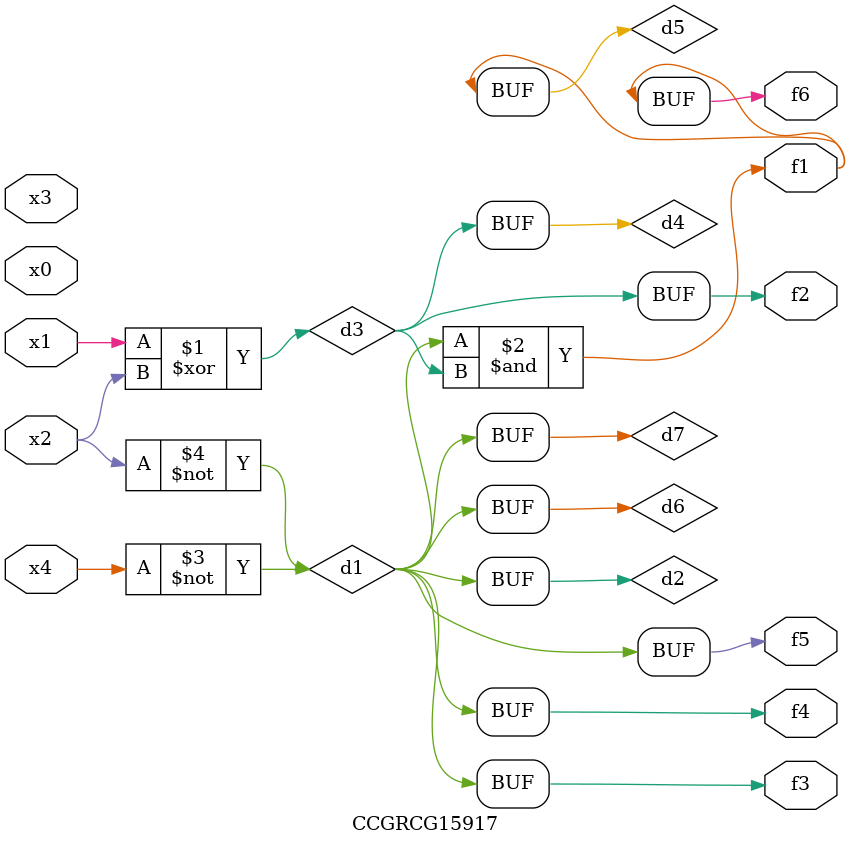
<source format=v>
module CCGRCG15917(
	input x0, x1, x2, x3, x4,
	output f1, f2, f3, f4, f5, f6
);

	wire d1, d2, d3, d4, d5, d6, d7;

	not (d1, x4);
	not (d2, x2);
	xor (d3, x1, x2);
	buf (d4, d3);
	and (d5, d1, d3);
	buf (d6, d1, d2);
	buf (d7, d2);
	assign f1 = d5;
	assign f2 = d4;
	assign f3 = d7;
	assign f4 = d7;
	assign f5 = d7;
	assign f6 = d5;
endmodule

</source>
